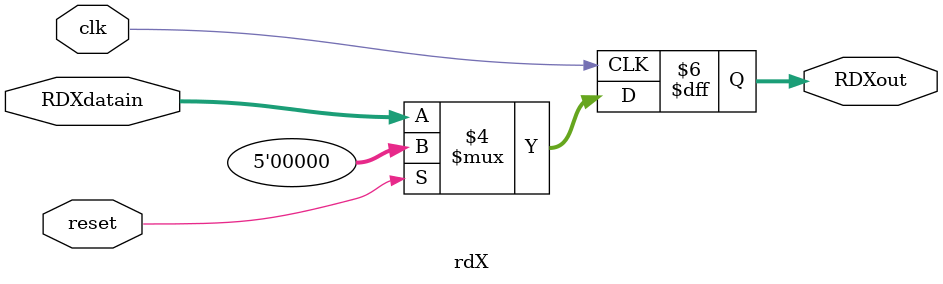
<source format=v>
module rdX (
    input wire clk,           // Señal de reloj
    input wire reset,         // Señal de reinicio
    input wire [4:0] RDXdatain, // Entrada de datos
    output reg [4:0] RDXout
);

always @(negedge clk) begin
    if (reset == 1) begin
        RDXout <= 4'b0000;
    end
    else begin
        RDXout <= RDXdatain;
    end
end

endmodule
</source>
